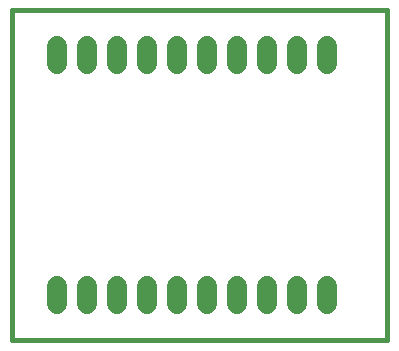
<source format=gbs>
G75*
G70*
%OFA0B0*%
%FSLAX24Y24*%
%IPPOS*%
%LPD*%
%AMOC8*
5,1,8,0,0,1.08239X$1,22.5*
%
%ADD10C,0.0160*%
%ADD11C,0.0680*%
D10*
X000653Y000651D02*
X013153Y000651D01*
X013153Y011651D01*
X000653Y011651D01*
X000653Y000651D01*
D11*
X002153Y001851D02*
X002153Y002451D01*
X003153Y002451D02*
X003153Y001851D01*
X004153Y001851D02*
X004153Y002451D01*
X005153Y002451D02*
X005153Y001851D01*
X006153Y001851D02*
X006153Y002451D01*
X007153Y002451D02*
X007153Y001851D01*
X008153Y001851D02*
X008153Y002451D01*
X009153Y002451D02*
X009153Y001851D01*
X010153Y001851D02*
X010153Y002451D01*
X011153Y002451D02*
X011153Y001851D01*
X011153Y009851D02*
X011153Y010451D01*
X010153Y010451D02*
X010153Y009851D01*
X009153Y009851D02*
X009153Y010451D01*
X008153Y010451D02*
X008153Y009851D01*
X007153Y009851D02*
X007153Y010451D01*
X006153Y010451D02*
X006153Y009851D01*
X005153Y009851D02*
X005153Y010451D01*
X004153Y010451D02*
X004153Y009851D01*
X003153Y009851D02*
X003153Y010451D01*
X002153Y010451D02*
X002153Y009851D01*
M02*

</source>
